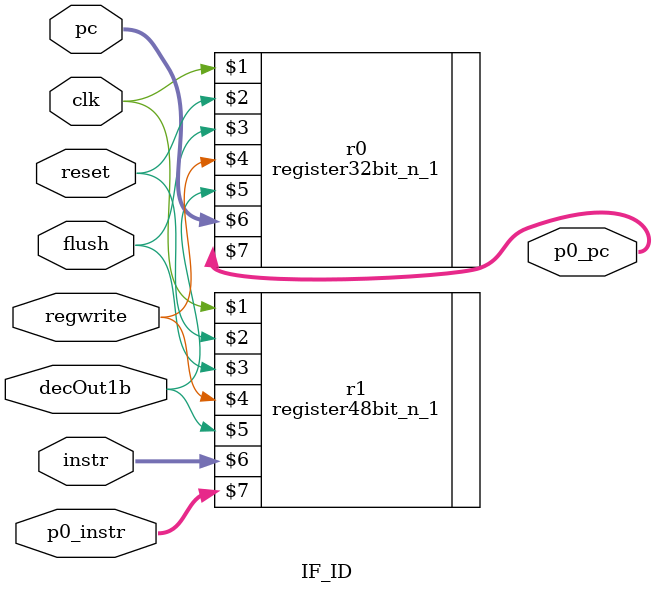
<source format=v>

module IF_ID (input clk, input reset, input regwrite, input decOut1b, input flush, input [31:0] pc,input [47:0] instr, output [31:0] p0_pc, input [47:0] p0_instr);
	register32bit_n_1 r0 (clk,reset,flush,regwrite, decOut1b, pc, p0_pc);
	register48bit_n_1 r1 (clk,reset,flush,regwrite, decOut1b, instr, p0_instr);
endmodule


</source>
